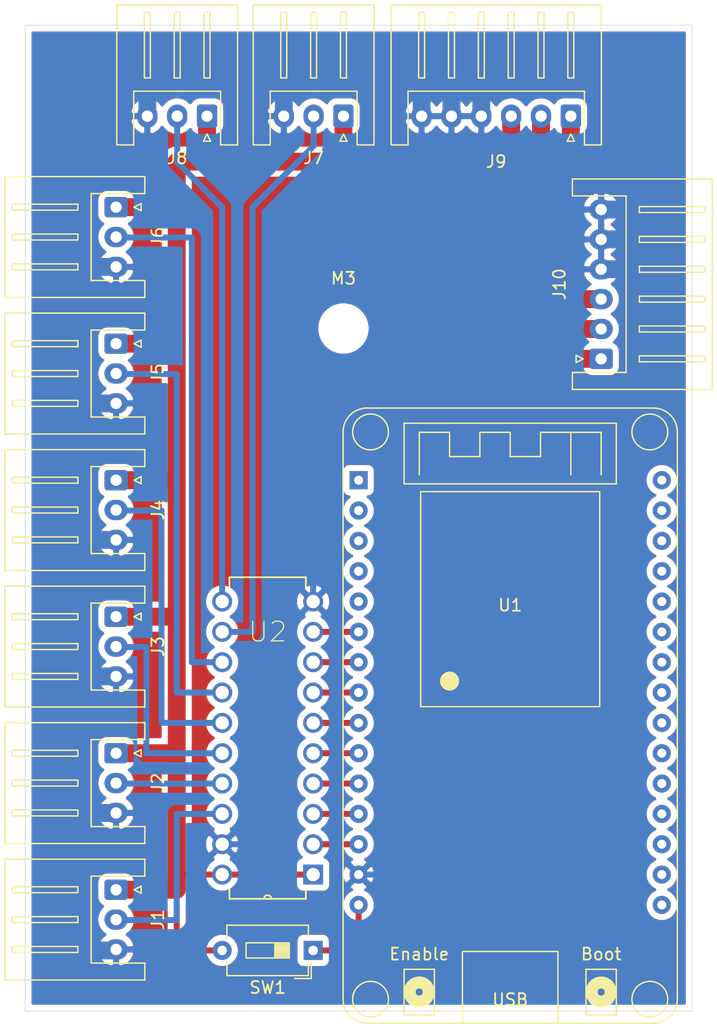
<source format=kicad_pcb>
(kicad_pcb (version 20171130) (host pcbnew "(5.1.9)-1")
  (layers (0 F.Cu signal) (31 B.Cu signal hide) (34 B.Paste user) (35 F.Paste user) (36 B.SilkS user) (37 F.SilkS user) (38 B.Mask user) (39 F.Mask user) (44 Edge.Cuts user))
  (net 0 "")
  (net 1 +5V)
  (net 2 GND)
  (net 3 "Net-(J2-Pad2)")
  (net 4 "Net-(J3-Pad2)")
  (net 5 "Net-(J4-Pad2)")
  (net 6 "Net-(J5-Pad2)")
  (net 7 "Net-(J6-Pad2)")
  (net 8 "Net-(J7-Pad2)")
  (net 9 "Net-(J8-Pad2)")
  (net 10 "Net-(U1-Pad1)")
  (net 11 "Net-(U1-Pad2)")
  (net 12 "Net-(U1-Pad3)")
  (net 13 "Net-(U1-Pad4)")
  (net 14 "Net-(U1-Pad5)")
  (net 15 "Net-(U1-Pad6)")
  (net 16 "Net-(U1-Pad7)")
  (net 17 "Net-(U1-Pad8)")
  (net 18 "Net-(U1-Pad9)")
  (net 19 "Net-(U1-Pad10)")
  (net 20 "Net-(U1-Pad11)")
  (net 21 "Net-(U1-Pad12)")
  (net 22 "Net-(U1-Pad13)")
  (net 23 "Net-(U1-Pad16)")
  (net 24 "Net-(U1-Pad17)")
  (net 25 "Net-(U1-Pad18)")
  (net 26 "Net-(U1-Pad19)")
  (net 27 "Net-(U1-Pad20)")
  (net 28 "Net-(U1-Pad21)")
  (net 29 "Net-(U1-Pad22)")
  (net 30 "Net-(U1-Pad23)")
  (net 31 "Net-(U1-Pad24)")
  (net 32 "Net-(U1-Pad25)")
  (net 33 "Net-(U1-Pad26)")
  (net 34 "Net-(U1-Pad27)")
  (net 35 "Net-(U1-Pad28)")
  (net 36 "Net-(U1-Pad29)")
  (net 37 "Net-(U1-Pad30)")
  (net 38 "Net-(J1-Pad2)")
  (net 39 "Net-(SW1-Pad1)")
  (module MountingHole:MountingHole_3.2mm_M3 (layer F.Cu) (at 85.09 77.47)
    (fp_text reference M3 (at 0 -4.2) (layer F.SilkS))
    (fp_text value MountingHole_3.2mm_M3)
    (pad 1 np_thru_hole circle (at 0 0) (size 3.2 3.2) (drill 3.2) (layers *.Cu *.Mask))
  )
  (module Connector_JST:JST_XH_S6B-XH-A_1x06_P2.50mm_Horizontal (layer F.Cu) (at 104.14 59.69 180)
    (fp_text reference J9 (at 6.25 -3.81) (layer F.SilkS))
    (fp_text value Conn_01x06_Male)
    (pad 1 thru_hole roundrect (at 0 0 180) (size 1.7 1.95) (drill 0.95) (layers *.Cu *.Mask) (roundrect_rratio 0.1470588235294118) (net 1 +5V))
    (pad 2 thru_hole oval (at 2.5 0 180) (size 1.7 1.95) (drill 0.95) (layers *.Cu *.Mask) (net 1 +5V))
    (pad 3 thru_hole oval (at 5 0 180) (size 1.7 1.95) (drill 0.95) (layers *.Cu *.Mask) (net 1 +5V))
    (pad 4 thru_hole oval (at 7.5 0 180) (size 1.7 1.95) (drill 0.95) (layers *.Cu *.Mask) (net 2 GND))
    (pad 5 thru_hole oval (at 10 0 180) (size 1.7 1.95) (drill 0.95) (layers *.Cu *.Mask) (net 2 GND))
    (pad 6 thru_hole oval (at 12.5 0 180) (size 1.7 1.95) (drill 0.95) (layers *.Cu *.Mask) (net 2 GND))
  )
  (module Connector_JST:JST_XH_S6B-XH-A_1x06_P2.50mm_Horizontal (layer F.Cu) (at 106.68 80.01 90)
    (fp_text reference J10 (at 6.25 -3.5 90) (layer F.SilkS))
    (fp_text value Conn_01x06_Male)
    (pad 6 thru_hole oval (at 12.5 0 90) (size 1.7 1.95) (drill 0.95) (layers *.Cu *.Mask) (net 2 GND))
    (pad 5 thru_hole oval (at 10 0 90) (size 1.7 1.95) (drill 0.95) (layers *.Cu *.Mask) (net 2 GND))
    (pad 4 thru_hole oval (at 7.5 0 90) (size 1.7 1.95) (drill 0.95) (layers *.Cu *.Mask) (net 2 GND))
    (pad 3 thru_hole oval (at 5 0 90) (size 1.7 1.95) (drill 0.95) (layers *.Cu *.Mask) (net 1 +5V))
    (pad 2 thru_hole oval (at 2.5 0 90) (size 1.7 1.95) (drill 0.95) (layers *.Cu *.Mask) (net 1 +5V))
    (pad 1 thru_hole roundrect (at 0 0 90) (size 1.7 1.95) (drill 0.95) (layers *.Cu *.Mask) (roundrect_rratio 0.1470588235294118) (net 1 +5V))
  )
  (module Connector_JST:JST_XH_S3B-XH-A_1x03_P2.50mm_Horizontal (layer F.Cu) (at 66.04 124.46 270)
    (fp_text reference J1 (at 2.5 -3.5 90) (layer F.SilkS))
    (fp_text value Conn_01x03)
    (pad 3 thru_hole oval (at 5 0 270) (size 1.7 1.95) (drill 0.95) (layers *.Cu *.Mask) (net 2 GND))
    (pad 2 thru_hole oval (at 2.5 0 270) (size 1.7 1.95) (drill 0.95) (layers *.Cu *.Mask) (net 38 "Net-(J1-Pad2)"))
    (pad 1 thru_hole roundrect (at 0 0 270) (size 1.7 1.95) (drill 0.95) (layers *.Cu *.Mask) (roundrect_rratio 0.1470588235294118) (net 1 +5V))
  )
  (module hct:DIP254P762X420-20 (layer F.Cu) (at 74.93 100.33 180)
    (fp_text reference U2 (at -3.81 -2.54) (layer F.SilkS) (effects (font (size 1.64289 1.64289) (thickness 0.1))))
    (fp_text value 74HCT245N)
    (pad 1 thru_hole rect (at -7.62 -22.86 180) (size 1.6764 1.6764) (drill 1.1176) (layers *.Cu *.Mask) (net 1 +5V))
    (pad 2 thru_hole circle (at -7.62 -20.32 180) (size 1.6764 1.6764) (drill 1.1176) (layers *.Cu *.Mask) (net 22 "Net-(U1-Pad13)"))
    (pad 3 thru_hole circle (at -7.62 -17.78 180) (size 1.6764 1.6764) (drill 1.1176) (layers *.Cu *.Mask) (net 21 "Net-(U1-Pad12)"))
    (pad 4 thru_hole circle (at -7.62 -15.24 180) (size 1.6764 1.6764) (drill 1.1176) (layers *.Cu *.Mask) (net 20 "Net-(U1-Pad11)"))
    (pad 5 thru_hole circle (at -7.62 -12.7 180) (size 1.6764 1.6764) (drill 1.1176) (layers *.Cu *.Mask) (net 19 "Net-(U1-Pad10)"))
    (pad 6 thru_hole circle (at -7.62 -10.16 180) (size 1.6764 1.6764) (drill 1.1176) (layers *.Cu *.Mask) (net 18 "Net-(U1-Pad9)"))
    (pad 7 thru_hole circle (at -7.62 -7.62 180) (size 1.6764 1.6764) (drill 1.1176) (layers *.Cu *.Mask) (net 17 "Net-(U1-Pad8)"))
    (pad 8 thru_hole circle (at -7.62 -5.08 180) (size 1.6764 1.6764) (drill 1.1176) (layers *.Cu *.Mask) (net 16 "Net-(U1-Pad7)"))
    (pad 9 thru_hole circle (at -7.62 -2.54 180) (size 1.6764 1.6764) (drill 1.1176) (layers *.Cu *.Mask) (net 15 "Net-(U1-Pad6)"))
    (pad 10 thru_hole circle (at -7.62 0 180) (size 1.6764 1.6764) (drill 1.1176) (layers *.Cu *.Mask) (net 2 GND))
    (pad 11 thru_hole circle (at 0 0 180) (size 1.6764 1.6764) (drill 1.1176) (layers *.Cu *.Mask) (net 9 "Net-(J8-Pad2)"))
    (pad 12 thru_hole circle (at 0 -2.54 180) (size 1.6764 1.6764) (drill 1.1176) (layers *.Cu *.Mask) (net 8 "Net-(J7-Pad2)"))
    (pad 13 thru_hole circle (at 0 -5.08 180) (size 1.6764 1.6764) (drill 1.1176) (layers *.Cu *.Mask) (net 7 "Net-(J6-Pad2)"))
    (pad 14 thru_hole circle (at 0 -7.62 180) (size 1.6764 1.6764) (drill 1.1176) (layers *.Cu *.Mask) (net 6 "Net-(J5-Pad2)"))
    (pad 15 thru_hole circle (at 0 -10.16 180) (size 1.6764 1.6764) (drill 1.1176) (layers *.Cu *.Mask) (net 5 "Net-(J4-Pad2)"))
    (pad 16 thru_hole circle (at 0 -12.7 180) (size 1.6764 1.6764) (drill 1.1176) (layers *.Cu *.Mask) (net 4 "Net-(J3-Pad2)"))
    (pad 17 thru_hole circle (at 0 -15.24 180) (size 1.6764 1.6764) (drill 1.1176) (layers *.Cu *.Mask) (net 3 "Net-(J2-Pad2)"))
    (pad 18 thru_hole circle (at 0 -17.78 180) (size 1.6764 1.6764) (drill 1.1176) (layers *.Cu *.Mask) (net 38 "Net-(J1-Pad2)"))
    (pad 19 thru_hole circle (at 0 -20.32 180) (size 1.6764 1.6764) (drill 1.1176) (layers *.Cu *.Mask) (net 2 GND))
    (pad 20 thru_hole circle (at 0 -22.86 180) (size 1.6764 1.6764) (drill 1.1176) (layers *.Cu *.Mask) (net 1 +5V))
  )
  (module Connector_JST:JST_XH_S3B-XH-A_1x03_P2.50mm_Horizontal (layer F.Cu) (at 66.04 78.74 270)
    (fp_text reference J5 (at 2.5 -3.5 90) (layer F.SilkS))
    (fp_text value Conn_01x03)
    (pad 1 thru_hole roundrect (at 0 0 270) (size 1.7 1.95) (drill 0.95) (layers *.Cu *.Mask) (roundrect_rratio 0.1470588235294118) (net 1 +5V))
    (pad 2 thru_hole oval (at 2.5 0 270) (size 1.7 1.95) (drill 0.95) (layers *.Cu *.Mask) (net 6 "Net-(J5-Pad2)"))
    (pad 3 thru_hole oval (at 5 0 270) (size 1.7 1.95) (drill 0.95) (layers *.Cu *.Mask) (net 2 GND))
  )
  (module Connector_JST:JST_XH_S3B-XH-A_1x03_P2.50mm_Horizontal (layer F.Cu) (at 66.04 67.31 270)
    (fp_text reference J6 (at 2.5 -3.5 90) (layer F.SilkS))
    (fp_text value Conn_01x03)
    (pad 3 thru_hole oval (at 5 0 270) (size 1.7 1.95) (drill 0.95) (layers *.Cu *.Mask) (net 2 GND))
    (pad 2 thru_hole oval (at 2.5 0 270) (size 1.7 1.95) (drill 0.95) (layers *.Cu *.Mask) (net 7 "Net-(J6-Pad2)"))
    (pad 1 thru_hole roundrect (at 0 0 270) (size 1.7 1.95) (drill 0.95) (layers *.Cu *.Mask) (roundrect_rratio 0.1470588235294118) (net 1 +5V))
  )
  (module Connector_JST:JST_XH_S3B-XH-A_1x03_P2.50mm_Horizontal (layer F.Cu) (at 66.04 113.03 270)
    (fp_text reference J2 (at 2.5 -3.5 90) (layer F.SilkS))
    (fp_text value Conn_01x03)
    (pad 1 thru_hole roundrect (at 0 0 270) (size 1.7 1.95) (drill 0.95) (layers *.Cu *.Mask) (roundrect_rratio 0.1470588235294118) (net 1 +5V))
    (pad 2 thru_hole oval (at 2.5 0 270) (size 1.7 1.95) (drill 0.95) (layers *.Cu *.Mask) (net 3 "Net-(J2-Pad2)"))
    (pad 3 thru_hole oval (at 5 0 270) (size 1.7 1.95) (drill 0.95) (layers *.Cu *.Mask) (net 2 GND))
  )
  (module Connector_JST:JST_XH_S3B-XH-A_1x03_P2.50mm_Horizontal (layer F.Cu) (at 66.04 101.6 270)
    (fp_text reference J3 (at 2.5 -3.5 90) (layer F.SilkS))
    (fp_text value Conn_01x03)
    (pad 1 thru_hole roundrect (at 0 0 270) (size 1.7 1.95) (drill 0.95) (layers *.Cu *.Mask) (roundrect_rratio 0.1470588235294118) (net 1 +5V))
    (pad 2 thru_hole oval (at 2.5 0 270) (size 1.7 1.95) (drill 0.95) (layers *.Cu *.Mask) (net 4 "Net-(J3-Pad2)"))
    (pad 3 thru_hole oval (at 5 0 270) (size 1.7 1.95) (drill 0.95) (layers *.Cu *.Mask) (net 2 GND))
  )
  (module Connector_JST:JST_XH_S3B-XH-A_1x03_P2.50mm_Horizontal (layer F.Cu) (at 66.04 90.17 270)
    (fp_text reference J4 (at 2.5 -3.5 90) (layer F.SilkS))
    (fp_text value Conn_01x03)
    (pad 3 thru_hole oval (at 5 0 270) (size 1.7 1.95) (drill 0.95) (layers *.Cu *.Mask) (net 2 GND))
    (pad 2 thru_hole oval (at 2.5 0 270) (size 1.7 1.95) (drill 0.95) (layers *.Cu *.Mask) (net 5 "Net-(J4-Pad2)"))
    (pad 1 thru_hole roundrect (at 0 0 270) (size 1.7 1.95) (drill 0.95) (layers *.Cu *.Mask) (roundrect_rratio 0.1470588235294118) (net 1 +5V))
  )
  (module Connector_JST:JST_XH_S3B-XH-A_1x03_P2.50mm_Horizontal (layer F.Cu) (at 85.09 59.69 180)
    (fp_text reference J7 (at 2.5 -3.5) (layer F.SilkS))
    (fp_text value Conn_01x03)
    (pad 1 thru_hole roundrect (at 0 0 180) (size 1.7 1.95) (drill 0.95) (layers *.Cu *.Mask) (roundrect_rratio 0.1470588235294118) (net 1 +5V))
    (pad 2 thru_hole oval (at 2.5 0 180) (size 1.7 1.95) (drill 0.95) (layers *.Cu *.Mask) (net 8 "Net-(J7-Pad2)"))
    (pad 3 thru_hole oval (at 5 0 180) (size 1.7 1.95) (drill 0.95) (layers *.Cu *.Mask) (net 2 GND))
  )
  (module Connector_JST:JST_XH_S3B-XH-A_1x03_P2.50mm_Horizontal (layer F.Cu) (at 73.66 59.69 180)
    (fp_text reference J8 (at 2.5 -3.5) (layer F.SilkS))
    (fp_text value Conn_01x03)
    (pad 3 thru_hole oval (at 5 0 180) (size 1.7 1.95) (drill 0.95) (layers *.Cu *.Mask) (net 2 GND))
    (pad 2 thru_hole oval (at 2.5 0 180) (size 1.7 1.95) (drill 0.95) (layers *.Cu *.Mask) (net 9 "Net-(J8-Pad2)"))
    (pad 1 thru_hole roundrect (at 0 0 180) (size 1.7 1.95) (drill 0.95) (layers *.Cu *.Mask) (roundrect_rratio 0.1470588235294118) (net 1 +5V))
  )
  (module esp32:esp32_devkit_v1_doit (layer F.Cu) (at 99.06 90.17)
    (fp_text reference U1 (at 0 10.47) (layer F.SilkS))
    (fp_text value ESP32_DevKit_V1_DOIT)
    (fp_text user USB (at 0 43.49) (layer F.SilkS))
    (fp_text user Boot (at 7.62 39.68) (layer F.SilkS))
    (fp_text user Enable (at -7.62 39.68) (layer F.SilkS))
    (pad 1 thru_hole rect (at -12.7 0) (size 1.524 1.524) (drill 0.762) (layers *.Cu *.Mask) (net 10 "Net-(U1-Pad1)"))
    (pad 2 thru_hole circle (at -12.7 2.54) (size 1.524 1.524) (drill 0.762) (layers *.Cu *.Mask) (net 11 "Net-(U1-Pad2)"))
    (pad 3 thru_hole circle (at -12.7 5.08) (size 1.524 1.524) (drill 0.762) (layers *.Cu *.Mask) (net 12 "Net-(U1-Pad3)"))
    (pad 4 thru_hole circle (at -12.7 7.62) (size 1.524 1.524) (drill 0.762) (layers *.Cu *.Mask) (net 13 "Net-(U1-Pad4)"))
    (pad 5 thru_hole circle (at -12.7 10.16) (size 1.524 1.524) (drill 0.762) (layers *.Cu *.Mask) (net 14 "Net-(U1-Pad5)"))
    (pad 6 thru_hole circle (at -12.7 12.7) (size 1.524 1.524) (drill 0.762) (layers *.Cu *.Mask) (net 15 "Net-(U1-Pad6)"))
    (pad 7 thru_hole circle (at -12.7 15.24) (size 1.524 1.524) (drill 0.762) (layers *.Cu *.Mask) (net 16 "Net-(U1-Pad7)"))
    (pad 8 thru_hole circle (at -12.7 17.78) (size 1.524 1.524) (drill 0.762) (layers *.Cu *.Mask) (net 17 "Net-(U1-Pad8)"))
    (pad 9 thru_hole circle (at -12.7 20.32) (size 1.524 1.524) (drill 0.762) (layers *.Cu *.Mask) (net 18 "Net-(U1-Pad9)"))
    (pad 10 thru_hole circle (at -12.7 22.86) (size 1.524 1.524) (drill 0.762) (layers *.Cu *.Mask) (net 19 "Net-(U1-Pad10)"))
    (pad 11 thru_hole circle (at -12.7 25.4) (size 1.524 1.524) (drill 0.762) (layers *.Cu *.Mask) (net 20 "Net-(U1-Pad11)"))
    (pad 12 thru_hole circle (at -12.7 27.94) (size 1.524 1.524) (drill 0.762) (layers *.Cu *.Mask) (net 21 "Net-(U1-Pad12)"))
    (pad 13 thru_hole circle (at -12.7 30.48) (size 1.524 1.524) (drill 0.762) (layers *.Cu *.Mask) (net 22 "Net-(U1-Pad13)"))
    (pad 14 thru_hole circle (at -12.7 33.02) (size 1.524 1.524) (drill 0.762) (layers *.Cu *.Mask) (net 2 GND))
    (pad 15 thru_hole circle (at -12.7 35.56) (size 1.524 1.524) (drill 0.762) (layers *.Cu *.Mask) (net 39 "Net-(SW1-Pad1)"))
    (pad 16 thru_hole circle (at 12.7 35.56) (size 1.524 1.524) (drill 0.762) (layers *.Cu *.Mask) (net 23 "Net-(U1-Pad16)"))
    (pad 17 thru_hole circle (at 12.7 33.02) (size 1.524 1.524) (drill 0.762) (layers *.Cu *.Mask) (net 24 "Net-(U1-Pad17)"))
    (pad 18 thru_hole circle (at 12.7 30.48) (size 1.524 1.524) (drill 0.762) (layers *.Cu *.Mask) (net 25 "Net-(U1-Pad18)"))
    (pad 19 thru_hole circle (at 12.7 27.94) (size 1.524 1.524) (drill 0.762) (layers *.Cu *.Mask) (net 26 "Net-(U1-Pad19)"))
    (pad 20 thru_hole circle (at 12.7 25.4) (size 1.524 1.524) (drill 0.762) (layers *.Cu *.Mask) (net 27 "Net-(U1-Pad20)"))
    (pad 21 thru_hole circle (at 12.7 22.86) (size 1.524 1.524) (drill 0.762) (layers *.Cu *.Mask) (net 28 "Net-(U1-Pad21)"))
    (pad 22 thru_hole circle (at 12.7 20.32) (size 1.524 1.524) (drill 0.762) (layers *.Cu *.Mask) (net 29 "Net-(U1-Pad22)"))
    (pad 23 thru_hole circle (at 12.7 17.78) (size 1.524 1.524) (drill 0.762) (layers *.Cu *.Mask) (net 30 "Net-(U1-Pad23)"))
    (pad 24 thru_hole circle (at 12.7 15.24) (size 1.524 1.524) (drill 0.762) (layers *.Cu *.Mask) (net 31 "Net-(U1-Pad24)"))
    (pad 25 thru_hole circle (at 12.7 12.7) (size 1.524 1.524) (drill 0.762) (layers *.Cu *.Mask) (net 32 "Net-(U1-Pad25)"))
    (pad 26 thru_hole circle (at 12.7 10.16) (size 1.524 1.524) (drill 0.762) (layers *.Cu *.Mask) (net 33 "Net-(U1-Pad26)"))
    (pad 27 thru_hole circle (at 12.7 7.62) (size 1.524 1.524) (drill 0.762) (layers *.Cu *.Mask) (net 34 "Net-(U1-Pad27)"))
    (pad 28 thru_hole circle (at 12.7 5.08) (size 1.524 1.524) (drill 0.762) (layers *.Cu *.Mask) (net 35 "Net-(U1-Pad28)"))
    (pad 29 thru_hole circle (at 12.7 2.54) (size 1.524 1.524) (drill 0.762) (layers *.Cu *.Mask) (net 36 "Net-(U1-Pad29)"))
    (pad 30 thru_hole circle (at 12.7 0) (size 1.524 1.524) (drill 0.762) (layers *.Cu *.Mask) (net 37 "Net-(U1-Pad30)"))
  )
  (module Button_Switch_THT:SW_DIP_SPSTx01_Slide_6.7x4.1mm_W7.62mm_P2.54mm_LowProfile (layer F.Cu) (at 82.55 129.54 180)
    (fp_text reference SW1 (at 3.81 -3.11) (layer F.SilkS))
    (fp_text value SW_DIP_x01)
    (pad 1 thru_hole rect (at 0 0 180) (size 1.6 1.6) (drill 0.8) (layers *.Cu *.Mask) (net 39 "Net-(SW1-Pad1)"))
    (pad 2 thru_hole oval (at 7.62 0 180) (size 1.6 1.6) (drill 0.8) (layers *.Cu *.Mask) (net 1 +5V))
  )
  (gr_line (start 114.3 134.62) (end 58.42 134.62) (layer Edge.Cuts) (width 0.05))
  (gr_line (start 114.3 52.07) (end 114.3 134.62) (layer Edge.Cuts) (width 0.05))
  (gr_line (start 58.42 52.07) (end 114.3 52.07) (layer Edge.Cuts) (width 0.05))
  (gr_line (start 58.42 52.07) (end 58.42 134.62) (layer Edge.Cuts) (width 0.05))
  (segment (start 71.12 67.31) (end 71.12 78.74) (width 1.5) (layer F.Cu) (net 1))
  (segment (start 71.12 90.17) (end 71.12 101.6) (width 1.5) (layer F.Cu) (net 1))
  (segment (start 71.12 101.6) (end 71.12 113.03) (width 1.5) (layer F.Cu) (net 1))
  (segment (start 74.93 123.19) (end 71.12 123.19) (width 0.5) (layer F.Cu) (net 1))
  (segment (start 71.12 123.19) (end 71.12 124.46) (width 1.5) (layer F.Cu) (net 1))
  (segment (start 71.12 113.03) (end 71.12 123.19) (width 1.5) (layer F.Cu) (net 1))
  (segment (start 74.93 123.19) (end 82.55 123.19) (width 0.5) (layer F.Cu) (net 1))
  (segment (start 71.12 124.46) (end 71.12 129.54) (width 0.5) (layer F.Cu) (net 1))
  (segment (start 71.12 129.54) (end 74.93 129.54) (width 0.5) (layer F.Cu) (net 1))
  (segment (start 66.04 67.31) (end 71.12 67.31) (width 1.5) (layer F.Cu) (net 1))
  (segment (start 66.04 78.74) (end 71.12 78.74) (width 1.5) (layer F.Cu) (net 1))
  (segment (start 66.04 90.17) (end 71.12 90.17) (width 1.5) (layer F.Cu) (net 1))
  (segment (start 66.04 101.6) (end 71.12 101.6) (width 1.5) (layer F.Cu) (net 1))
  (segment (start 66.04 113.03) (end 71.12 113.03) (width 1.5) (layer F.Cu) (net 1))
  (segment (start 66.04 124.46) (end 71.12 124.46) (width 1.5) (layer F.Cu) (net 1))
  (segment (start 71.12 67.31) (end 71.12 63.5) (width 1.5) (layer F.Cu) (net 1))
  (segment (start 106.68 80.01) (end 102.87 80.01) (width 1.5) (layer F.Cu) (net 1))
  (segment (start 102.91 77.51) (end 102.87 77.47) (width 1.5) (layer F.Cu) (net 1))
  (segment (start 106.68 77.51) (end 102.91 77.51) (width 1.5) (layer F.Cu) (net 1))
  (segment (start 102.87 77.47) (end 102.87 80.01) (width 1.5) (layer F.Cu) (net 1))
  (segment (start 102.95 75.01) (end 102.87 74.93) (width 1.5) (layer F.Cu) (net 1))
  (segment (start 106.68 75.01) (end 102.95 75.01) (width 1.5) (layer F.Cu) (net 1))
  (segment (start 102.87 74.93) (end 102.87 77.47) (width 1.5) (layer F.Cu) (net 1))
  (segment (start 102.87 63.5) (end 102.87 74.93) (width 1.5) (layer F.Cu) (net 1))
  (segment (start 99.14 63.42) (end 99.06 63.5) (width 1.5) (layer F.Cu) (net 1))
  (segment (start 99.14 59.69) (end 99.14 63.42) (width 1.5) (layer F.Cu) (net 1))
  (segment (start 101.64 59.69) (end 101.64 63.46) (width 1.5) (layer F.Cu) (net 1))
  (segment (start 101.64 63.46) (end 101.6 63.5) (width 1.5) (layer F.Cu) (net 1))
  (segment (start 101.6 63.5) (end 102.87 63.5) (width 1.5) (layer F.Cu) (net 1))
  (segment (start 99.06 63.5) (end 101.6 63.5) (width 1.5) (layer F.Cu) (net 1))
  (segment (start 104.14 62.23) (end 102.87 63.5) (width 1.5) (layer F.Cu) (net 1))
  (segment (start 104.14 59.69) (end 104.14 62.23) (width 1.5) (layer F.Cu) (net 1))
  (segment (start 99.14 76.28) (end 102.87 80.01) (width 1.5) (layer F.Cu) (net 1))
  (segment (start 99.14 63.42) (end 99.14 76.28) (width 1.5) (layer F.Cu) (net 1))
  (segment (start 73.66 59.69) (end 73.66 63.5) (width 1.5) (layer F.Cu) (net 1))
  (segment (start 71.12 63.5) (end 73.66 63.5) (width 1.5) (layer F.Cu) (net 1))
  (segment (start 85.09 59.69) (end 85.09 63.5) (width 1.5) (layer F.Cu) (net 1))
  (segment (start 85.09 63.5) (end 99.06 63.5) (width 1.5) (layer F.Cu) (net 1))
  (segment (start 73.66 63.5) (end 85.09 63.5) (width 1.5) (layer F.Cu) (net 1))
  (segment (start 71.12 78.74) (end 71.12 90.17) (width 1.5) (layer F.Cu) (net 1))
  (segment (start 65.96 129.54) (end 66.04 129.46) (width 1.5) (layer B.Cu) (net 2))
  (segment (start 62.23 129.54) (end 65.96 129.54) (width 1.5) (layer B.Cu) (net 2))
  (segment (start 91.64 54.81) (end 91.44 54.61) (width 1.5) (layer B.Cu) (net 2))
  (segment (start 91.64 59.69) (end 91.64 54.81) (width 1.5) (layer B.Cu) (net 2))
  (segment (start 86.935998 86.36) (end 82.55 86.36) (width 1.5) (layer B.Cu) (net 2))
  (segment (start 82.55 100.33) (end 82.55 86.36) (width 0.5) (layer B.Cu) (net 2))
  (segment (start 86.36 123.19) (end 90.17 123.19) (width 0.5) (layer B.Cu) (net 2))
  (segment (start 90.17 123.19) (end 90.17 86.36) (width 0.5) (layer B.Cu) (net 2))
  (segment (start 90.17 86.36) (end 86.935998 86.36) (width 1.5) (layer B.Cu) (net 2))
  (segment (start 94.14 54.77) (end 93.98 54.61) (width 1.5) (layer B.Cu) (net 2))
  (segment (start 94.14 59.69) (end 94.14 54.77) (width 1.5) (layer B.Cu) (net 2))
  (segment (start 93.98 54.61) (end 91.44 54.61) (width 1.5) (layer B.Cu) (net 2))
  (segment (start 96.64 54.73) (end 96.52 54.61) (width 1.5) (layer B.Cu) (net 2))
  (segment (start 96.64 59.69) (end 96.64 54.73) (width 1.5) (layer B.Cu) (net 2))
  (segment (start 96.52 54.61) (end 93.98 54.61) (width 1.5) (layer B.Cu) (net 2))
  (segment (start 106.68 67.51) (end 111.56 67.51) (width 1.5) (layer B.Cu) (net 2))
  (segment (start 106.68 70.01) (end 111.6 70.01) (width 1.5) (layer B.Cu) (net 2))
  (segment (start 62.31 72.31) (end 62.23 72.39) (width 1.5) (layer B.Cu) (net 2))
  (segment (start 66.04 72.31) (end 62.31 72.31) (width 1.5) (layer B.Cu) (net 2))
  (segment (start 62.31 83.74) (end 62.23 83.82) (width 1.5) (layer B.Cu) (net 2))
  (segment (start 66.04 83.74) (end 62.31 83.74) (width 1.5) (layer B.Cu) (net 2))
  (segment (start 62.31 95.17) (end 62.23 95.25) (width 1.5) (layer B.Cu) (net 2))
  (segment (start 66.04 95.17) (end 62.31 95.17) (width 1.5) (layer B.Cu) (net 2))
  (segment (start 62.23 83.82) (end 62.23 95.25) (width 1.5) (layer B.Cu) (net 2))
  (segment (start 62.31 106.6) (end 62.23 106.68) (width 1.5) (layer B.Cu) (net 2))
  (segment (start 66.04 106.6) (end 62.31 106.6) (width 1.5) (layer B.Cu) (net 2))
  (segment (start 62.23 95.25) (end 62.23 106.68) (width 1.5) (layer B.Cu) (net 2))
  (segment (start 62.31 118.03) (end 62.23 118.11) (width 1.5) (layer B.Cu) (net 2))
  (segment (start 62.23 118.11) (end 62.23 129.54) (width 1.5) (layer B.Cu) (net 2))
  (segment (start 62.23 106.68) (end 62.23 118.11) (width 1.5) (layer B.Cu) (net 2))
  (segment (start 82.55 86.36) (end 80.01 86.36) (width 0.5) (layer B.Cu) (net 2))
  (segment (start 80.01 86.36) (end 80.01 120.65) (width 0.5) (layer B.Cu) (net 2))
  (segment (start 80.01 120.65) (end 74.93 120.65) (width 0.5) (layer B.Cu) (net 2))
  (segment (start 68.66 59.69) (end 68.66 54.69) (width 1.5) (layer B.Cu) (net 2))
  (segment (start 80.09 54.69) (end 80.01 54.61) (width 1.5) (layer B.Cu) (net 2))
  (segment (start 80.09 59.69) (end 80.09 54.69) (width 1.5) (layer B.Cu) (net 2))
  (segment (start 80.01 54.61) (end 68.58 54.61) (width 1.5) (layer B.Cu) (net 2))
  (segment (start 93.98 86.36) (end 90.17 86.36) (width 1.5) (layer B.Cu) (net 2))
  (segment (start 91.44 54.61) (end 88.9 54.61) (width 1.5) (layer B.Cu) (net 2))
  (segment (start 88.9 54.61) (end 80.01 54.61) (width 1.5) (layer B.Cu) (net 2))
  (segment (start 66.04 118.03) (end 62.31 118.03) (width 1.5) (layer B.Cu) (net 2))
  (segment (start 68.58 54.61) (end 62.23 60.96) (width 1.5) (layer B.Cu) (net 2))
  (segment (start 62.23 73.66) (end 62.23 60.96) (width 1.5) (layer B.Cu) (net 2))
  (segment (start 62.23 72.39) (end 62.23 73.66) (width 1.5) (layer B.Cu) (net 2))
  (segment (start 62.23 73.66) (end 62.23 83.82) (width 1.5) (layer B.Cu) (net 2))
  (segment (start 111.64 72.51) (end 106.68 72.51) (width 1.5) (layer B.Cu) (net 2))
  (segment (start 105.41 54.61) (end 111.64 60.84) (width 1.5) (layer B.Cu) (net 2))
  (segment (start 96.52 54.61) (end 105.41 54.61) (width 1.5) (layer B.Cu) (net 2))
  (segment (start 111.64 60.84) (end 111.64 71.24) (width 1.5) (layer B.Cu) (net 2))
  (segment (start 111.64 71.24) (end 111.64 82.67) (width 1.5) (layer B.Cu) (net 2))
  (segment (start 111.64 71.24) (end 111.64 72.51) (width 1.5) (layer B.Cu) (net 2))
  (segment (start 111.64 82.67) (end 107.95 86.36) (width 1.5) (layer B.Cu) (net 2))
  (segment (start 88.9 71.12) (end 104.14 86.36) (width 1.5) (layer B.Cu) (net 2))
  (segment (start 88.9 54.61) (end 88.9 71.12) (width 1.5) (layer B.Cu) (net 2))
  (segment (start 104.14 86.36) (end 93.98 86.36) (width 1.5) (layer B.Cu) (net 2))
  (segment (start 107.95 86.36) (end 104.14 86.36) (width 1.5) (layer B.Cu) (net 2))
  (segment (start 66.08 115.57) (end 66.04 115.53) (width 0.5) (layer B.Cu) (net 3))
  (segment (start 74.93 115.57) (end 66.08 115.57) (width 0.5) (layer B.Cu) (net 3))
  (segment (start 74.93 113.03) (end 68.58 113.03) (width 0.5) (layer B.Cu) (net 4))
  (segment (start 68.58 113.03) (end 68.58 104.14) (width 0.5) (layer B.Cu) (net 4))
  (segment (start 66.08 104.14) (end 66.04 104.1) (width 0.5) (layer B.Cu) (net 4))
  (segment (start 68.58 104.14) (end 66.08 104.14) (width 0.5) (layer B.Cu) (net 4))
  (segment (start 74.93 110.49) (end 69.85 110.49) (width 0.5) (layer B.Cu) (net 5))
  (segment (start 69.85 110.49) (end 69.85 92.71) (width 0.5) (layer B.Cu) (net 5))
  (segment (start 66.08 92.71) (end 66.04 92.67) (width 0.5) (layer B.Cu) (net 5))
  (segment (start 69.85 92.71) (end 66.08 92.71) (width 0.5) (layer B.Cu) (net 5))
  (segment (start 74.93 107.95) (end 71.12 107.95) (width 0.5) (layer B.Cu) (net 6))
  (segment (start 71.12 107.95) (end 71.12 81.28) (width 0.5) (layer B.Cu) (net 6))
  (segment (start 66.08 81.28) (end 66.04 81.24) (width 0.5) (layer B.Cu) (net 6))
  (segment (start 71.12 81.28) (end 66.08 81.28) (width 0.5) (layer B.Cu) (net 6))
  (segment (start 74.93 105.41) (end 72.39 105.41) (width 0.5) (layer B.Cu) (net 7))
  (segment (start 72.39 105.41) (end 72.39 69.85) (width 0.5) (layer B.Cu) (net 7))
  (segment (start 66.08 69.85) (end 66.04 69.81) (width 0.5) (layer B.Cu) (net 7))
  (segment (start 72.39 69.85) (end 66.08 69.85) (width 0.5) (layer B.Cu) (net 7))
  (segment (start 77.47 102.87) (end 74.93 102.87) (width 0.5) (layer B.Cu) (net 8))
  (segment (start 82.59 62.19) (end 77.47 67.31) (width 0.5) (layer B.Cu) (net 8))
  (segment (start 77.47 67.31) (end 77.47 102.87) (width 0.5) (layer B.Cu) (net 8))
  (segment (start 82.59 59.69) (end 82.59 62.19) (width 0.5) (layer B.Cu) (net 8))
  (segment (start 71.16 63.54) (end 71.16 59.69) (width 0.5) (layer B.Cu) (net 9))
  (segment (start 74.93 67.31) (end 71.16 63.54) (width 0.5) (layer B.Cu) (net 9))
  (segment (start 74.93 100.33) (end 74.93 67.31) (width 0.5) (layer B.Cu) (net 9))
  (segment (start 86.36 102.87) (end 82.55 102.87) (width 0.5) (layer F.Cu) (net 15))
  (segment (start 82.55 105.41) (end 86.36 105.41) (width 0.5) (layer F.Cu) (net 16))
  (segment (start 86.36 107.95) (end 82.55 107.95) (width 0.5) (layer F.Cu) (net 17))
  (segment (start 82.55 110.49) (end 86.36 110.49) (width 0.5) (layer F.Cu) (net 18))
  (segment (start 86.36 113.03) (end 82.55 113.03) (width 0.5) (layer F.Cu) (net 19))
  (segment (start 82.55 115.57) (end 86.36 115.57) (width 0.5) (layer F.Cu) (net 20))
  (segment (start 86.36 118.11) (end 82.55 118.11) (width 0.5) (layer F.Cu) (net 21))
  (segment (start 82.55 120.65) (end 86.36 120.65) (width 0.5) (layer F.Cu) (net 22))
  (segment (start 74.93 118.11) (end 71.12 118.11) (width 0.5) (layer B.Cu) (net 38))
  (segment (start 71.12 118.11) (end 71.12 127) (width 0.5) (layer B.Cu) (net 38))
  (segment (start 66.08 127) (end 66.04 126.96) (width 0.5) (layer B.Cu) (net 38))
  (segment (start 71.12 127) (end 66.08 127) (width 0.5) (layer B.Cu) (net 38))
  (segment (start 82.55 129.54) (end 86.36 129.54) (width 0.5) (layer F.Cu) (net 39))
  (segment (start 86.36 129.54) (end 86.36 125.73) (width 0.5) (layer F.Cu) (net 39))
  (zone (net 2) (net_name GND) (layer F.Cu) (connect_pads (clearance 0.508)) (min_thickness 0.254) (fill yes (arc_segments 32) (thermal_gap 0.508) (thermal_bridge_width 0.508))
    (polygon (pts (xy 114.3 134.62) (xy 58.42 134.62) (xy 58.42 52.07) (xy 114.3 52.07)))
  )
  (zone (net 2) (net_name GND) (layer B.Cu) (connect_pads (clearance 0.508)) (min_thickness 0.254) (fill yes (arc_segments 32) (thermal_gap 0.508) (thermal_bridge_width 0.508))
    (polygon (pts (xy 114.3 134.62) (xy 58.42 134.62) (xy 58.42 52.07) (xy 114.3 52.07)))
  )
)
</source>
